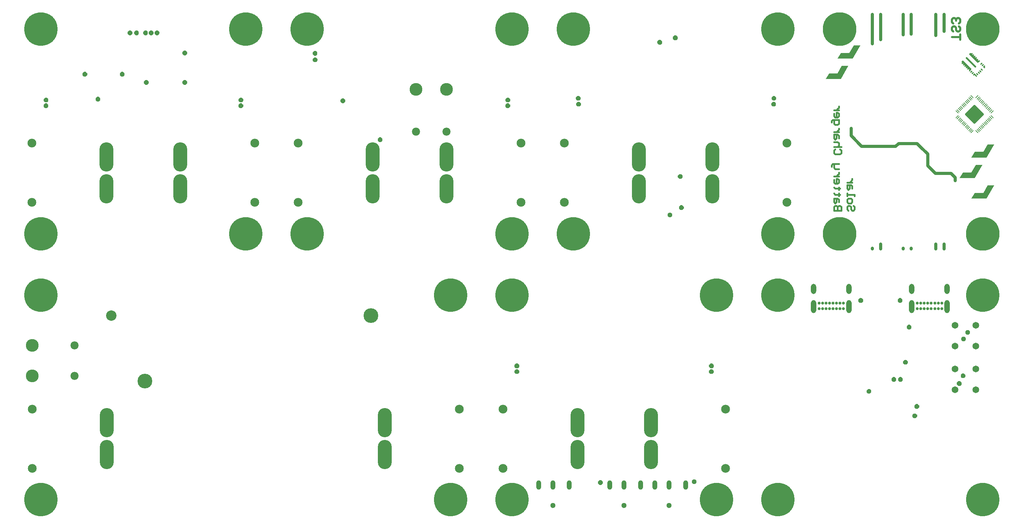
<source format=gbs>
%FSLAX25Y25*%
%MOIN*%
%SFA1B1*%

%IPPOS*%
%AMD61*
4,1,8,0.000000,-0.049200,0.000000,-0.049200,0.025600,-0.023600,0.025600,0.023600,0.000000,0.049200,0.000000,0.049200,-0.025600,0.023600,-0.025600,-0.023600,0.000000,-0.049200,0.0*
1,1,0.051180,0.000000,-0.023600*
1,1,0.051180,0.000000,-0.023600*
1,1,0.051180,0.000000,0.023600*
1,1,0.051180,0.000000,0.023600*
%
%AMD101*
4,1,8,0.025600,-0.037400,0.025600,0.037400,0.000000,0.063000,0.000000,0.063000,-0.025600,0.037400,-0.025600,-0.037400,0.000000,-0.063000,0.000000,-0.063000,0.025600,-0.037400,0.0*
1,1,0.051180,0.000000,-0.037400*
1,1,0.051180,0.000000,0.037400*
1,1,0.051180,0.000000,0.037400*
1,1,0.051180,0.000000,-0.037400*
%
%AMD103*
4,1,8,0.000000,-0.031500,0.000000,-0.031500,0.013800,-0.017700,0.013800,0.017700,0.000000,0.031500,0.000000,0.031500,-0.013800,0.017700,-0.013800,-0.017700,0.000000,-0.031500,0.0*
1,1,0.027560,0.000000,-0.017700*
1,1,0.027560,0.000000,-0.017700*
1,1,0.027560,0.000000,0.017700*
1,1,0.027560,0.000000,0.017700*
%
%AMD113*
4,1,8,0.008600,0.014100,-0.014100,-0.008600,-0.014100,-0.010200,-0.010200,-0.014100,-0.008600,-0.014100,0.014100,0.008600,0.014100,0.010200,0.010200,0.014100,0.008600,0.014100,0.0*
1,1,0.002360,0.009300,0.013300*
1,1,0.002360,-0.013300,-0.009300*
1,1,0.002360,-0.009300,-0.013300*
1,1,0.002360,0.013300,0.009300*
%
%AMD114*
4,1,8,-0.010200,0.014100,-0.014100,0.010200,-0.014100,0.008600,0.008600,-0.014100,0.010200,-0.014100,0.014100,-0.010200,0.014100,-0.008600,-0.008600,0.014100,-0.010200,0.014100,0.0*
1,1,0.002360,-0.009300,0.013300*
1,1,0.002360,-0.013300,0.009300*
1,1,0.002360,0.009300,-0.013300*
1,1,0.002360,0.013300,-0.009300*
%
%AMD209*
4,1,8,-0.009300,0.001000,0.001000,-0.009300,0.005100,-0.009300,0.009300,-0.005100,0.009300,-0.001000,-0.001000,0.009300,-0.005100,0.009300,-0.009300,0.005100,-0.009300,0.001000,0.0*
1,1,0.005900,-0.007300,0.003000*
1,1,0.005900,0.003000,-0.007300*
1,1,0.005900,0.007300,-0.003000*
1,1,0.005900,-0.003000,0.007300*
%
%AMD210*
4,1,8,-0.005300,0.009500,-0.009500,0.005300,-0.009500,0.001200,0.001200,-0.009500,0.005300,-0.009500,0.009500,-0.005300,0.009500,-0.001200,-0.001200,0.009500,-0.005300,0.009500,0.0*
1,1,0.005900,-0.003300,0.007500*
1,1,0.005900,-0.007500,0.003300*
1,1,0.005900,0.003300,-0.007500*
1,1,0.005900,0.007500,-0.003300*
%
%AMD211*
4,1,8,-0.009500,-0.005300,-0.005300,-0.009500,-0.001200,-0.009500,0.009500,0.001200,0.009500,0.005300,0.005300,0.009500,0.001200,0.009500,-0.009500,-0.001200,-0.009500,-0.005300,0.0*
1,1,0.005900,-0.007500,-0.003300*
1,1,0.005900,-0.003300,-0.007500*
1,1,0.005900,0.007500,0.003300*
1,1,0.005900,0.003300,0.007500*
%
%AMD212*
4,1,8,0.010300,-0.014500,0.014500,-0.010300,0.014400,-0.006100,-0.006100,0.014400,-0.010300,0.014500,-0.014500,0.010300,-0.014400,0.006100,0.006100,-0.014400,0.010300,-0.014500,0.0*
1,1,0.005900,0.008100,-0.012400*
1,1,0.005900,0.012400,-0.008100*
1,1,0.005900,-0.008100,0.012400*
1,1,0.005900,-0.012400,0.008100*
%
%AMD213*
4,1,8,-0.009300,-0.005100,-0.005100,-0.009300,-0.001000,-0.009300,0.009300,0.001000,0.009300,0.005100,0.005100,0.009300,0.001000,0.009300,-0.009300,-0.001000,-0.009300,-0.005100,0.0*
1,1,0.005900,-0.007300,-0.003000*
1,1,0.005900,-0.003000,-0.007300*
1,1,0.005900,0.007300,0.003000*
1,1,0.005900,0.003000,0.007300*
%
%AMD214*
4,1,8,0.044100,-0.050700,0.050700,-0.044100,0.050700,-0.037400,-0.037400,0.050700,-0.044100,0.050700,-0.050700,0.044100,-0.050700,0.037400,0.037400,-0.050700,0.044100,-0.050700,0.0*
1,1,0.009440,0.040700,-0.047400*
1,1,0.009440,0.047400,-0.040700*
1,1,0.009440,-0.040700,0.047400*
1,1,0.009440,-0.047400,0.040700*
%
%AMD215*
4,1,8,0.037700,-0.045900,0.045900,-0.037700,0.045800,-0.029400,-0.029400,0.045800,-0.037700,0.045900,-0.045900,0.037700,-0.045800,0.029400,0.029400,-0.045800,0.037700,-0.045900,0.0*
1,1,0.011620,0.033500,-0.041700*
1,1,0.011620,0.041700,-0.033500*
1,1,0.011620,-0.033500,0.041700*
1,1,0.011620,-0.041700,0.033500*
%
%AMD217*
4,1,8,-0.005100,0.089700,-0.089700,0.005100,-0.089700,-0.005100,-0.005100,-0.089700,0.005100,-0.089700,0.089700,-0.005100,0.089700,0.005100,0.005100,0.089700,-0.005100,0.089700,0.0*
1,1,0.014300,0.000000,0.084600*
1,1,0.014300,-0.084600,0.000000*
1,1,0.014300,0.000000,-0.084600*
1,1,0.014300,0.084600,0.000000*
%
%ADD30C,0.019680*%
%ADD34C,0.017720*%
G04~CAMADD=61~8~0.0~0.0~511.8~984.3~255.9~0.0~15~0.0~0.0~0.0~0.0~0~0.0~0.0~0.0~0.0~0~0.0~0.0~0.0~180.0~512.0~983.0*
%ADD61D61*%
G04~CAMADD=101~8~0.0~0.0~1259.8~511.8~255.9~0.0~15~0.0~0.0~0.0~0.0~0~0.0~0.0~0.0~0.0~0~0.0~0.0~0.0~270.0~512.0~1259.0*
%ADD101D101*%
%ADD102C,0.027560*%
G04~CAMADD=103~8~0.0~0.0~275.6~629.9~137.8~0.0~15~0.0~0.0~0.0~0.0~0~0.0~0.0~0.0~0.0~0~0.0~0.0~0.0~180.0~276.0~629.0*
%ADD103D103*%
%ADD105C,0.051180*%
G04~CAMADD=113~8~0.0~0.0~344.5~78.7~11.8~0.0~15~0.0~0.0~0.0~0.0~0~0.0~0.0~0.0~0.0~0~0.0~0.0~0.0~45.0~290.0~289.0*
%ADD113D113*%
G04~CAMADD=114~8~0.0~0.0~78.7~344.5~11.8~0.0~15~0.0~0.0~0.0~0.0~0~0.0~0.0~0.0~0.0~0~0.0~0.0~0.0~45.0~290.0~289.0*
%ADD114D114*%
%ADD198C,0.322960*%
%ADD199C,0.063120*%
%ADD200C,0.084650*%
%ADD201C,0.122840*%
%ADD202C,0.077950*%
%ADD203C,0.141730*%
%ADD204C,0.100000*%
%ADD205O,0.133860X0.281500*%
%ADD206C,0.320870*%
%ADD207C,0.064960*%
%ADD208O,0.047560X0.091180*%
G04~CAMADD=209~8~0.0~0.0~204.7~118.1~29.5~0.0~15~0.0~0.0~0.0~0.0~0~0.0~0.0~0.0~0.0~0~0.0~0.0~0.0~135.0~204.0~203.0*
%ADD209D209*%
G04~CAMADD=210~8~0.0~0.0~118.1~210.6~29.5~0.0~15~0.0~0.0~0.0~0.0~0~0.0~0.0~0.0~0.0~0~0.0~0.0~0.0~45.0~207.0~208.0*
%ADD210D210*%
G04~CAMADD=211~8~0.0~0.0~118.1~210.6~29.5~0.0~15~0.0~0.0~0.0~0.0~0~0.0~0.0~0.0~0.0~0~0.0~0.0~0.0~135.0~208.0~207.0*
%ADD211D211*%
G04~CAMADD=212~8~0.0~0.0~118.1~349.6~29.5~0.0~15~0.0~0.0~0.0~0.0~0~0.0~0.0~0.0~0.0~0~0.0~0.0~0.0~225.0~306.0~306.0*
%ADD212D212*%
G04~CAMADD=213~8~0.0~0.0~118.1~204.7~29.5~0.0~15~0.0~0.0~0.0~0.0~0~0.0~0.0~0.0~0.0~0~0.0~0.0~0.0~135.0~204.0~203.0*
%ADD213D213*%
G04~CAMADD=214~8~0.0~0.0~189.0~1340.6~47.2~0.0~15~0.0~0.0~0.0~0.0~0~0.0~0.0~0.0~0.0~0~0.0~0.0~0.0~225.0~1041.0~1041.0*
%ADD214D214*%
G04~CAMADD=215~8~0.0~0.0~232.3~1181.1~58.1~0.0~15~0.0~0.0~0.0~0.0~0~0.0~0.0~0.0~0.0~0~0.0~0.0~0.0~225.0~951.0~951.0*
%ADD215D215*%
%ADD216C,0.029530*%
G04~CAMADD=217~8~0.0~0.0~1339.8~1339.8~71.5~0.0~15~0.0~0.0~0.0~0.0~0~0.0~0.0~0.0~0.0~0~0.0~0.0~0.0~45.0~1836.0~1835.0*
%ADD217D217*%
%LNpanel-1*%
%LPD*%
G36*
X230361Y569584D02*
X230406Y569573D01*
X230437Y569560*
X230449Y569555*
X230489Y569531*
X230524Y569501*
X231705Y568320*
X231736Y568284*
X231760Y568245*
X231765Y568232*
X231778Y568202*
X231789Y568157*
X231792Y568110*
Y566535*
X231789Y566489*
X231778Y566444*
X231765Y566413*
X231760Y566401*
X231736Y566361*
X231705Y566326*
X230524Y565145*
X230489Y565115*
X230449Y565090*
X230437Y565085*
X230406Y565073*
X230361Y565062*
X230315Y565058*
X228740*
X228694Y565062*
X228649Y565073*
X228618Y565085*
X228606Y565090*
X228566Y565115*
X228531Y565145*
X227350Y566326*
X227319Y566361*
X227295Y566401*
X227290Y566413*
X227277Y566444*
X227267Y566489*
X227263Y566535*
Y568110*
X227267Y568157*
X227277Y568202*
X227290Y568232*
X227295Y568245*
X227319Y568284*
X227350Y568320*
X228531Y569501*
X228566Y569531*
X228606Y569555*
X228618Y569560*
X228649Y569573*
X228694Y569584*
X228740Y569588*
X230315*
X230361Y569584*
G37*
G36*
X224850D02*
X224895Y569573D01*
X224925Y569560*
X224938Y569555*
X224977Y569531*
X225013Y569501*
X226194Y568320*
X226224Y568284*
X226248Y568245*
X226253Y568232*
X226266Y568202*
X226277Y568157*
X226280Y568110*
Y566535*
X226277Y566489*
X226266Y566444*
X226253Y566413*
X226248Y566401*
X226224Y566361*
X226194Y566326*
X225013Y565145*
X224977Y565115*
X224938Y565090*
X224925Y565085*
X224895Y565073*
X224850Y565062*
X224803Y565058*
X223228*
X223182Y565062*
X223137Y565073*
X223106Y565085*
X223094Y565090*
X223054Y565115*
X223019Y565145*
X221838Y566326*
X221808Y566361*
X221783Y566401*
X221778Y566413*
X221765Y566444*
X221755Y566489*
X221751Y566535*
Y568110*
X221755Y568157*
X221765Y568202*
X221778Y568232*
X221783Y568245*
X221808Y568284*
X221838Y568320*
X223019Y569501*
X223054Y569531*
X223094Y569555*
X223106Y569560*
X223137Y569573*
X223182Y569584*
X223228Y569588*
X224803*
X224850Y569584*
G37*
G36*
X219338D02*
X219383Y569573D01*
X219413Y569560*
X219426Y569555*
X219465Y569531*
X219501Y569501*
X220682Y568320*
X220712Y568284*
X220736Y568245*
X220742Y568232*
X220754Y568202*
X220765Y568157*
X220769Y568110*
Y566535*
X220765Y566489*
X220754Y566444*
X220742Y566413*
X220736Y566401*
X220712Y566361*
X220682Y566326*
X219501Y565145*
X219465Y565115*
X219426Y565090*
X219413Y565085*
X219383Y565073*
X219338Y565062*
X219291Y565058*
X217717*
X217670Y565062*
X217625Y565073*
X217595Y565085*
X217582Y565090*
X217542Y565115*
X217507Y565145*
X216326Y566326*
X216296Y566361*
X216271Y566401*
X216266Y566413*
X216254Y566444*
X216243Y566489*
X216239Y566535*
Y568110*
X216243Y568157*
X216254Y568202*
X216266Y568232*
X216271Y568245*
X216296Y568284*
X216326Y568320*
X217507Y569501*
X217542Y569531*
X217582Y569555*
X217595Y569560*
X217625Y569573*
X217670Y569584*
X217717Y569588*
X219291*
X219338Y569584*
G37*
G36*
X210676D02*
X210721Y569573D01*
X210752Y569560*
X210764Y569555*
X210804Y569531*
X210839Y569501*
X212020Y568320*
X212051Y568284*
X212075Y568245*
X212080Y568232*
X212093Y568202*
X212104Y568157*
X212107Y568110*
Y566535*
X212104Y566489*
X212093Y566444*
X212080Y566413*
X212075Y566401*
X212051Y566361*
X212020Y566326*
X210839Y565145*
X210804Y565115*
X210764Y565090*
X210752Y565085*
X210721Y565073*
X210676Y565062*
X210630Y565058*
X209055*
X209009Y565062*
X208964Y565073*
X208933Y565085*
X208921Y565090*
X208881Y565115*
X208846Y565145*
X207665Y566326*
X207634Y566361*
X207610Y566401*
X207605Y566413*
X207592Y566444*
X207581Y566489*
X207578Y566535*
Y568110*
X207581Y568157*
X207592Y568202*
X207605Y568232*
X207610Y568245*
X207634Y568284*
X207665Y568320*
X208846Y569501*
X208881Y569531*
X208921Y569555*
X208933Y569560*
X208964Y569573*
X209009Y569584*
X209055Y569588*
X210630*
X210676Y569584*
G37*
G36*
X204377D02*
X204422Y569573D01*
X204453Y569560*
X204465Y569555*
X204505Y569531*
X204540Y569501*
X205721Y568320*
X205751Y568284*
X205776Y568245*
X205781Y568232*
X205793Y568202*
X205804Y568157*
X205808Y568110*
Y566535*
X205804Y566489*
X205793Y566444*
X205781Y566413*
X205776Y566401*
X205751Y566361*
X205721Y566326*
X204540Y565145*
X204505Y565115*
X204465Y565090*
X204453Y565085*
X204422Y565073*
X204377Y565062*
X204331Y565058*
X202756*
X202710Y565062*
X202664Y565073*
X202634Y565085*
X202621Y565090*
X202582Y565115*
X202547Y565145*
X201365Y566326*
X201335Y566361*
X201311Y566401*
X201306Y566413*
X201293Y566444*
X201282Y566489*
X201279Y566535*
Y568110*
X201282Y568157*
X201293Y568202*
X201306Y568232*
X201311Y568245*
X201335Y568284*
X201365Y568320*
X202547Y569501*
X202582Y569531*
X202621Y569555*
X202634Y569560*
X202664Y569573*
X202710Y569584*
X202756Y569588*
X204331*
X204377Y569584*
G37*
G36*
X728787Y564859D02*
X728832Y564849D01*
X728862Y564836*
X728875Y564831*
X728914Y564807*
X728950Y564776*
X730131Y563595*
X730161Y563560*
X730185Y563520*
X730190Y563508*
X730203Y563477*
X730214Y563432*
X730217Y563386*
Y561811*
X730214Y561765*
X730203Y561720*
X730190Y561689*
X730185Y561677*
X730161Y561637*
X730131Y561602*
X728950Y560421*
X728914Y560390*
X728875Y560366*
X728862Y560361*
X728832Y560348*
X728787Y560337*
X728740Y560334*
X727165*
X727119Y560337*
X727074Y560348*
X727043Y560361*
X727031Y560366*
X726991Y560390*
X726956Y560421*
X725775Y561602*
X725745Y561637*
X725720Y561677*
X725715Y561689*
X725702Y561720*
X725692Y561765*
X725688Y561811*
Y563386*
X725692Y563432*
X725702Y563477*
X725715Y563508*
X725720Y563520*
X725745Y563560*
X725775Y563595*
X726956Y564776*
X726991Y564807*
X727031Y564831*
X727043Y564836*
X727074Y564849*
X727119Y564859*
X727165Y564863*
X728740*
X728787Y564859*
G37*
G36*
X713826Y560529D02*
X713871Y560518D01*
X713901Y560505*
X713914Y560500*
X713954Y560476*
X713989Y560446*
X715170Y559265*
X715200Y559229*
X715225Y559190*
X715230Y559177*
X715242Y559147*
X715253Y559101*
X715257Y559055*
Y557480*
X715253Y557434*
X715242Y557389*
X715230Y557358*
X715225Y557346*
X715200Y557306*
X715170Y557271*
X713989Y556090*
X713954Y556060*
X713914Y556035*
X713901Y556030*
X713871Y556017*
X713826Y556007*
X713779Y556003*
X712205*
X712158Y556007*
X712113Y556017*
X712083Y556030*
X712070Y556035*
X712031Y556060*
X711995Y556090*
X710814Y557271*
X710784Y557306*
X710760Y557346*
X710754Y557358*
X710742Y557389*
X710731Y557434*
X710727Y557480*
Y559055*
X710731Y559101*
X710742Y559147*
X710754Y559177*
X710760Y559190*
X710784Y559229*
X710814Y559265*
X711995Y560446*
X712031Y560476*
X712070Y560500*
X712083Y560505*
X712113Y560518*
X712158Y560529*
X712205Y560532*
X713779*
X713826Y560529*
G37*
G36*
X257133Y550292D02*
X257178Y550282D01*
X257208Y550269*
X257221Y550264*
X257261Y550240*
X257296Y550209*
X258477Y549028*
X258507Y548993*
X258532Y548953*
X258537Y548941*
X258549Y548910*
X258560Y548865*
X258564Y548819*
Y547244*
X258560Y547198*
X258549Y547153*
X258537Y547122*
X258532Y547110*
X258507Y547070*
X258477Y547035*
X257296Y545854*
X257261Y545823*
X257221Y545799*
X257208Y545794*
X257178Y545781*
X257133Y545770*
X257087Y545767*
X255512*
X255466Y545770*
X255420Y545781*
X255390Y545794*
X255377Y545799*
X255338Y545823*
X255302Y545854*
X254121Y547035*
X254091Y547070*
X254067Y547110*
X254062Y547122*
X254049Y547153*
X254038Y547198*
X254034Y547244*
Y548819*
X254038Y548865*
X254049Y548910*
X254062Y548941*
X254067Y548953*
X254091Y548993*
X254121Y549028*
X255302Y550209*
X255338Y550240*
X255377Y550264*
X255390Y550269*
X255420Y550282*
X255466Y550293*
X255512Y550296*
X257087*
X257133Y550292*
G37*
G36*
X382330Y549899D02*
X382375Y549888D01*
X382405Y549875*
X382418Y549870*
X382458Y549846*
X382493Y549816*
X383674Y548635*
X383704Y548599*
X383729Y548560*
X383734Y548547*
X383746Y548517*
X383757Y548472*
X383761Y548425*
Y546850*
X383757Y546804*
X383746Y546759*
X383734Y546729*
X383729Y546716*
X383704Y546676*
X383674Y546641*
X382493Y545460*
X382458Y545430*
X382418Y545405*
X382405Y545400*
X382375Y545388*
X382330Y545377*
X382283Y545373*
X380709*
X380662Y545377*
X380617Y545388*
X380587Y545400*
X380574Y545405*
X380535Y545430*
X380499Y545460*
X379318Y546641*
X379288Y546676*
X379264Y546716*
X379258Y546729*
X379246Y546759*
X379235Y546804*
X379231Y546850*
Y548425*
X379235Y548472*
X379246Y548517*
X379258Y548547*
X379264Y548560*
X379288Y548599*
X379318Y548635*
X380499Y549816*
X380535Y549846*
X380574Y549870*
X380587Y549875*
X380617Y549888*
X380662Y549899*
X380709Y549902*
X382283*
X382330Y549899*
G37*
G36*
X898573Y542541D02*
X884026D01*
X887208Y548053*
X895391*
X899483Y555140*
X905847*
X898573Y542541*
G37*
G36*
X382367Y543637D02*
X382412Y543626D01*
X382443Y543614*
X382455Y543608*
X382495Y543584*
X382530Y543554*
X383711Y542373*
X383742Y542338*
X383766Y542298*
X383771Y542285*
X383784Y542255*
X383794Y542210*
X383798Y542163*
Y540589*
X383794Y540542*
X383784Y540497*
X383771Y540467*
X383766Y540454*
X383742Y540414*
X383711Y540379*
X382530Y539198*
X382495Y539168*
X382455Y539144*
X382443Y539138*
X382412Y539126*
X382367Y539115*
X382321Y539111*
X380746*
X380700Y539115*
X380655Y539126*
X380624Y539138*
X380612Y539144*
X380572Y539168*
X380537Y539198*
X379356Y540379*
X379325Y540414*
X379301Y540454*
X379296Y540467*
X379283Y540497*
X379272Y540542*
X379269Y540589*
Y542163*
X379272Y542210*
X379283Y542255*
X379296Y542285*
X379301Y542298*
X379325Y542338*
X379356Y542373*
X380537Y543554*
X380572Y543584*
X380612Y543608*
X380624Y543614*
X380655Y543626*
X380700Y543637*
X380746Y543641*
X382321*
X382367Y543637*
G37*
G36*
X196897Y529820D02*
X196942Y529809D01*
X196972Y529797*
X196985Y529791*
X197025Y529767*
X197060Y529737*
X198241Y528556*
X198271Y528521*
X198295Y528481*
X198301Y528468*
X198313Y528438*
X198324Y528393*
X198328Y528346*
Y526772*
X198324Y526725*
X198313Y526680*
X198301Y526650*
X198295Y526637*
X198271Y526597*
X198241Y526562*
X197060Y525381*
X197025Y525351*
X196985Y525327*
X196972Y525321*
X196942Y525309*
X196897Y525298*
X196850Y525294*
X195276*
X195229Y525298*
X195184Y525309*
X195154Y525321*
X195141Y525327*
X195101Y525351*
X195066Y525381*
X193885Y526562*
X193855Y526597*
X193831Y526637*
X193825Y526650*
X193813Y526680*
X193802Y526725*
X193798Y526772*
Y528346*
X193802Y528393*
X193813Y528438*
X193825Y528468*
X193831Y528481*
X193855Y528521*
X193885Y528556*
X195066Y529737*
X195101Y529767*
X195141Y529791*
X195154Y529797*
X195184Y529809*
X195229Y529820*
X195276Y529824*
X196850*
X196897Y529820*
G37*
G36*
X161070D02*
X161115Y529809D01*
X161145Y529797*
X161158Y529791*
X161198Y529767*
X161233Y529737*
X162414Y528556*
X162444Y528521*
X162469Y528481*
X162474Y528468*
X162486Y528438*
X162497Y528393*
X162501Y528346*
Y526772*
X162497Y526725*
X162486Y526680*
X162474Y526650*
X162469Y526637*
X162444Y526597*
X162414Y526562*
X161233Y525381*
X161198Y525351*
X161158Y525327*
X161145Y525321*
X161115Y525309*
X161070Y525298*
X161024Y525294*
X159449*
X159403Y525298*
X159357Y525309*
X159327Y525321*
X159314Y525327*
X159275Y525351*
X159239Y525381*
X158058Y526562*
X158028Y526597*
X158004Y526637*
X157999Y526650*
X157986Y526680*
X157975Y526725*
X157972Y526772*
Y528346*
X157975Y528393*
X157986Y528438*
X157999Y528468*
X158004Y528481*
X158028Y528521*
X158058Y528556*
X159239Y529737*
X159275Y529767*
X159314Y529791*
X159327Y529797*
X159357Y529809*
X159403Y529820*
X159449Y529824*
X161024*
X161070Y529820*
G37*
G36*
X887156Y522856D02*
X872609D01*
X875791Y528368*
X883974*
X888065Y535455*
X894430*
X887156Y522856*
G37*
G36*
X257133Y521946D02*
X257178Y521935D01*
X257208Y521923*
X257221Y521917*
X257261Y521893*
X257296Y521863*
X258477Y520682*
X258507Y520646*
X258532Y520607*
X258537Y520594*
X258549Y520564*
X258560Y520519*
X258564Y520472*
Y518898*
X258560Y518851*
X258549Y518806*
X258537Y518776*
X258532Y518763*
X258507Y518723*
X258477Y518688*
X257296Y517507*
X257261Y517477*
X257221Y517453*
X257208Y517447*
X257178Y517435*
X257133Y517424*
X257087Y517420*
X255512*
X255466Y517424*
X255420Y517435*
X255390Y517447*
X255377Y517453*
X255338Y517477*
X255302Y517507*
X254121Y518688*
X254091Y518723*
X254067Y518763*
X254062Y518776*
X254049Y518806*
X254038Y518851*
X254034Y518898*
Y520472*
X254038Y520519*
X254049Y520564*
X254062Y520594*
X254067Y520607*
X254091Y520646*
X254121Y520682*
X255302Y521863*
X255338Y521893*
X255377Y521917*
X255390Y521923*
X255420Y521935*
X255466Y521946*
X255512Y521950*
X257087*
X257133Y521946*
G37*
G36*
X220125D02*
X220170Y521935D01*
X220201Y521923*
X220213Y521917*
X220253Y521893*
X220288Y521863*
X221469Y520682*
X221499Y520646*
X221524Y520607*
X221529Y520594*
X221542Y520564*
X221552Y520519*
X221556Y520472*
Y518898*
X221552Y518851*
X221542Y518806*
X221529Y518776*
X221524Y518763*
X221499Y518723*
X221469Y518688*
X220288Y517507*
X220253Y517477*
X220213Y517453*
X220201Y517447*
X220170Y517435*
X220125Y517424*
X220079Y517420*
X218504*
X218458Y517424*
X218412Y517435*
X218382Y517447*
X218370Y517453*
X218330Y517477*
X218295Y517507*
X217113Y518688*
X217083Y518723*
X217059Y518763*
X217054Y518776*
X217041Y518806*
X217030Y518851*
X217027Y518898*
Y520472*
X217030Y520519*
X217041Y520564*
X217054Y520594*
X217059Y520607*
X217083Y520646*
X217113Y520682*
X218295Y521863*
X218330Y521893*
X218370Y521917*
X218382Y521923*
X218412Y521935*
X218458Y521946*
X218504Y521950*
X220079*
X220125Y521946*
G37*
G36*
X823619Y506641D02*
X823664Y506630D01*
X823695Y506618*
X823707Y506612*
X823747Y506588*
X823782Y506558*
X824963Y505377*
X824994Y505341*
X825018Y505302*
X825023Y505289*
X825036Y505259*
X825047Y505214*
X825050Y505167*
Y503592*
X825047Y503546*
X825036Y503501*
X825023Y503471*
X825018Y503458*
X824994Y503418*
X824963Y503383*
X823782Y502202*
X823747Y502172*
X823707Y502147*
X823695Y502142*
X823664Y502130*
X823619Y502119*
X823573Y502115*
X821998*
X821952Y502119*
X821906Y502130*
X821876Y502142*
X821863Y502147*
X821824Y502172*
X821789Y502202*
X820607Y503383*
X820577Y503418*
X820553Y503458*
X820548Y503471*
X820535Y503501*
X820524Y503546*
X820521Y503592*
Y505167*
X820524Y505214*
X820535Y505259*
X820548Y505289*
X820553Y505302*
X820577Y505341*
X820607Y505377*
X821789Y506558*
X821824Y506588*
X821863Y506612*
X821876Y506618*
X821906Y506630*
X821952Y506641*
X821998Y506645*
X823573*
X823619Y506641*
G37*
G36*
X635529D02*
X635574Y506630D01*
X635604Y506618*
X635617Y506612*
X635656Y506588*
X635692Y506558*
X636873Y505377*
X636903Y505341*
X636927Y505302*
X636933Y505289*
X636945Y505259*
X636956Y505214*
X636960Y505167*
Y503592*
X636956Y503546*
X636945Y503501*
X636933Y503471*
X636927Y503458*
X636903Y503418*
X636873Y503383*
X635692Y502202*
X635656Y502172*
X635617Y502147*
X635604Y502142*
X635574Y502130*
X635529Y502119*
X635482Y502115*
X633908*
X633861Y502119*
X633816Y502130*
X633786Y502142*
X633773Y502147*
X633733Y502172*
X633698Y502202*
X632517Y503383*
X632487Y503418*
X632462Y503458*
X632457Y503471*
X632445Y503501*
X632434Y503546*
X632430Y503592*
Y505167*
X632434Y505214*
X632445Y505259*
X632457Y505289*
X632462Y505302*
X632487Y505341*
X632517Y505377*
X633698Y506558*
X633733Y506588*
X633773Y506612*
X633786Y506618*
X633816Y506630*
X633861Y506641*
X633908Y506645*
X635482*
X635529Y506641*
G37*
G36*
X173668Y505804D02*
X173714Y505794D01*
X173744Y505781*
X173757Y505776*
X173796Y505751*
X173831Y505721*
X175013Y504540*
X175043Y504505*
X175067Y504465*
X175072Y504453*
X175085Y504422*
X175096Y504377*
X175099Y504331*
Y502756*
X175096Y502710*
X175085Y502664*
X175072Y502634*
X175067Y502621*
X175043Y502582*
X175013Y502547*
X173831Y501365*
X173796Y501335*
X173757Y501311*
X173744Y501306*
X173714Y501293*
X173668Y501282*
X173622Y501279*
X172047*
X172001Y501282*
X171956Y501293*
X171925Y501306*
X171913Y501311*
X171873Y501335*
X171838Y501365*
X170657Y502547*
X170626Y502582*
X170602Y502621*
X170597Y502634*
X170584Y502664*
X170574Y502710*
X170570Y502756*
Y504331*
X170574Y504377*
X170584Y504422*
X170597Y504453*
X170602Y504465*
X170626Y504505*
X170657Y504540*
X171838Y505721*
X171873Y505751*
X171913Y505776*
X171925Y505781*
X171956Y505794*
X172001Y505804*
X172047Y505808*
X173622*
X173668Y505804*
G37*
G36*
X567763Y505017D02*
X567808Y505006D01*
X567838Y504993*
X567851Y504988*
X567891Y504964*
X567926Y504934*
X569107Y503753*
X569137Y503717*
X569162Y503678*
X569167Y503665*
X569179Y503635*
X569190Y503590*
X569194Y503543*
Y501968*
X569190Y501922*
X569179Y501877*
X569167Y501847*
X569162Y501834*
X569137Y501794*
X569107Y501759*
X567926Y500578*
X567891Y500548*
X567851Y500524*
X567838Y500518*
X567808Y500506*
X567763Y500495*
X567717Y500491*
X566142*
X566095Y500495*
X566050Y500506*
X566020Y500518*
X566007Y500524*
X565968Y500548*
X565932Y500578*
X564751Y501759*
X564721Y501794*
X564697Y501834*
X564691Y501847*
X564679Y501877*
X564668Y501922*
X564664Y501968*
Y503543*
X564668Y503590*
X564679Y503635*
X564691Y503665*
X564697Y503678*
X564721Y503717*
X564751Y503753*
X565932Y504934*
X565968Y504964*
X566007Y504988*
X566020Y504993*
X566050Y505006*
X566095Y505017*
X566142Y505021*
X567717*
X567763Y505017*
G37*
G36*
X311070D02*
X311115Y505006D01*
X311145Y504993*
X311158Y504988*
X311198Y504964*
X311233Y504934*
X312414Y503753*
X312444Y503717*
X312469Y503678*
X312474Y503665*
X312486Y503635*
X312497Y503590*
X312501Y503543*
Y501968*
X312497Y501922*
X312486Y501877*
X312474Y501847*
X312469Y501834*
X312444Y501794*
X312414Y501759*
X311233Y500578*
X311198Y500548*
X311158Y500524*
X311145Y500518*
X311115Y500506*
X311070Y500495*
X311024Y500491*
X309449*
X309402Y500495*
X309357Y500506*
X309327Y500518*
X309314Y500524*
X309275Y500548*
X309239Y500578*
X308058Y501759*
X308028Y501794*
X308004Y501834*
X307999Y501847*
X307986Y501877*
X307975Y501922*
X307972Y501968*
Y503543*
X307975Y503590*
X307986Y503635*
X307999Y503665*
X308004Y503678*
X308028Y503717*
X308058Y503753*
X309239Y504934*
X309275Y504964*
X309314Y504988*
X309327Y504993*
X309357Y505006*
X309402Y505017*
X309449Y505021*
X311024*
X311070Y505017*
G37*
G36*
X123668D02*
X123714Y505006D01*
X123744Y504993*
X123757Y504988*
X123796Y504964*
X123831Y504934*
X125013Y503753*
X125043Y503717*
X125067Y503678*
X125072Y503665*
X125085Y503635*
X125096Y503590*
X125099Y503543*
Y501968*
X125096Y501922*
X125085Y501877*
X125072Y501847*
X125067Y501834*
X125043Y501794*
X125013Y501759*
X123831Y500578*
X123796Y500548*
X123757Y500524*
X123744Y500518*
X123714Y500506*
X123668Y500495*
X123622Y500491*
X122047*
X122001Y500495*
X121956Y500506*
X121925Y500518*
X121913Y500524*
X121873Y500548*
X121838Y500578*
X120657Y501759*
X120626Y501794*
X120602Y501834*
X120597Y501847*
X120584Y501877*
X120574Y501922*
X120570Y501968*
Y503543*
X120574Y503590*
X120584Y503635*
X120597Y503665*
X120602Y503678*
X120626Y503717*
X120657Y503753*
X121838Y504934*
X121873Y504964*
X121913Y504988*
X121925Y504993*
X121956Y505006*
X122001Y505017*
X122047Y505021*
X123622*
X123668Y505017*
G37*
G36*
X409101Y504230D02*
X409147Y504219D01*
X409177Y504206*
X409190Y504201*
X409229Y504177*
X409265Y504146*
X410446Y502965*
X410476Y502930*
X410500Y502890*
X410505Y502878*
X410518Y502847*
X410529Y502802*
X410532Y502756*
Y501181*
X410529Y501135*
X410518Y501090*
X410505Y501059*
X410500Y501047*
X410476Y501007*
X410446Y500972*
X409265Y499791*
X409229Y499760*
X409190Y499736*
X409177Y499731*
X409147Y499718*
X409101Y499708*
X409055Y499704*
X407480*
X407434Y499708*
X407389Y499718*
X407358Y499731*
X407346Y499736*
X407306Y499760*
X407271Y499791*
X406090Y500972*
X406060Y501007*
X406035Y501047*
X406030Y501059*
X406017Y501090*
X406007Y501135*
X406003Y501181*
Y502756*
X406007Y502802*
X406017Y502847*
X406030Y502878*
X406035Y502890*
X406060Y502930*
X406090Y502965*
X407271Y504146*
X407306Y504177*
X407346Y504201*
X407358Y504206*
X407389Y504219*
X407434Y504230*
X407480Y504233*
X409055*
X409101Y504230*
G37*
G36*
X823324Y501031D02*
X823369Y501020D01*
X823400Y501007*
X823412Y501002*
X823452Y500978*
X823487Y500948*
X824668Y499766*
X824698Y499731*
X824723Y499692*
X824728Y499679*
X824740Y499649*
X824751Y499603*
X824755Y499557*
Y497982*
X824751Y497936*
X824740Y497891*
X824728Y497860*
X824723Y497848*
X824698Y497808*
X824668Y497773*
X823487Y496592*
X823452Y496562*
X823412Y496537*
X823400Y496532*
X823369Y496520*
X823324Y496509*
X823278Y496505*
X821703*
X821656Y496509*
X821611Y496520*
X821581Y496532*
X821568Y496537*
X821529Y496562*
X821493Y496592*
X820312Y497773*
X820282Y497808*
X820258Y497848*
X820253Y497860*
X820240Y497891*
X820229Y497936*
X820225Y497982*
Y499557*
X820229Y499603*
X820240Y499649*
X820253Y499679*
X820258Y499692*
X820282Y499731*
X820312Y499766*
X821493Y500948*
X821529Y500978*
X821568Y501002*
X821581Y501007*
X821611Y501020*
X821656Y501031*
X821703Y501034*
X823278*
X823324Y501031*
G37*
G36*
X635824D02*
X635869Y501020D01*
X635899Y501007*
X635912Y501002*
X635952Y500978*
X635987Y500948*
X637168Y499766*
X637198Y499731*
X637223Y499692*
X637228Y499679*
X637240Y499649*
X637251Y499603*
X637255Y499557*
Y497982*
X637251Y497936*
X637240Y497891*
X637228Y497860*
X637223Y497848*
X637198Y497808*
X637168Y497773*
X635987Y496592*
X635952Y496562*
X635912Y496537*
X635899Y496532*
X635869Y496520*
X635824Y496509*
X635778Y496505*
X634203*
X634156Y496509*
X634111Y496520*
X634081Y496532*
X634068Y496537*
X634029Y496562*
X633993Y496592*
X632812Y497773*
X632782Y497808*
X632758Y497848*
X632753Y497860*
X632740Y497891*
X632729Y497936*
X632725Y497982*
Y499557*
X632729Y499603*
X632740Y499649*
X632753Y499679*
X632758Y499692*
X632782Y499731*
X632812Y499766*
X633993Y500948*
X634029Y500978*
X634068Y501002*
X634081Y501007*
X634111Y501020*
X634156Y501031*
X634203Y501034*
X635778*
X635824Y501031*
G37*
G36*
X567763Y499505D02*
X567808Y499494D01*
X567838Y499482*
X567851Y499476*
X567891Y499452*
X567926Y499422*
X569107Y498241*
X569137Y498206*
X569162Y498166*
X569167Y498153*
X569179Y498123*
X569190Y498078*
X569194Y498032*
Y496457*
X569190Y496410*
X569179Y496365*
X569167Y496335*
X569162Y496322*
X569137Y496283*
X569107Y496247*
X567926Y495066*
X567891Y495036*
X567851Y495012*
X567838Y495007*
X567808Y494994*
X567763Y494983*
X567717Y494979*
X566142*
X566095Y494983*
X566050Y494994*
X566020Y495007*
X566007Y495012*
X565968Y495036*
X565932Y495066*
X564751Y496247*
X564721Y496283*
X564697Y496322*
X564691Y496335*
X564679Y496365*
X564668Y496410*
X564664Y496457*
Y498032*
X564668Y498078*
X564679Y498123*
X564691Y498153*
X564697Y498166*
X564721Y498206*
X564751Y498241*
X565932Y499422*
X565968Y499452*
X566007Y499476*
X566020Y499482*
X566050Y499494*
X566095Y499505*
X566142Y499509*
X567717*
X567763Y499505*
G37*
G36*
X311070D02*
X311115Y499494D01*
X311145Y499482*
X311158Y499476*
X311198Y499452*
X311233Y499422*
X312414Y498241*
X312444Y498206*
X312469Y498166*
X312474Y498153*
X312486Y498123*
X312497Y498078*
X312501Y498032*
Y496457*
X312497Y496410*
X312486Y496365*
X312474Y496335*
X312469Y496322*
X312444Y496283*
X312414Y496247*
X311233Y495066*
X311198Y495036*
X311158Y495012*
X311145Y495007*
X311115Y494994*
X311070Y494983*
X311024Y494979*
X309449*
X309402Y494983*
X309357Y494994*
X309327Y495007*
X309314Y495012*
X309275Y495036*
X309239Y495066*
X308058Y496247*
X308028Y496283*
X308004Y496322*
X307999Y496335*
X307986Y496365*
X307975Y496410*
X307972Y496457*
Y498032*
X307975Y498078*
X307986Y498123*
X307999Y498153*
X308004Y498166*
X308028Y498206*
X308058Y498241*
X309239Y499422*
X309275Y499452*
X309314Y499476*
X309327Y499482*
X309357Y499494*
X309402Y499505*
X309449Y499509*
X311024*
X311070Y499505*
G37*
G36*
X123668D02*
X123714Y499494D01*
X123744Y499482*
X123757Y499476*
X123796Y499452*
X123831Y499422*
X125013Y498241*
X125043Y498206*
X125067Y498166*
X125072Y498153*
X125085Y498123*
X125096Y498078*
X125099Y498032*
Y496457*
X125096Y496410*
X125085Y496365*
X125072Y496335*
X125067Y496322*
X125043Y496283*
X125013Y496247*
X123831Y495066*
X123796Y495036*
X123757Y495012*
X123744Y495007*
X123714Y494994*
X123668Y494983*
X123622Y494979*
X122047*
X122001Y494983*
X121956Y494994*
X121925Y495007*
X121913Y495012*
X121873Y495036*
X121838Y495066*
X120657Y496247*
X120626Y496283*
X120602Y496322*
X120597Y496335*
X120584Y496365*
X120574Y496410*
X120570Y496457*
Y498032*
X120574Y498078*
X120584Y498123*
X120597Y498153*
X120602Y498166*
X120626Y498206*
X120657Y498241*
X121838Y499422*
X121873Y499452*
X121913Y499476*
X121925Y499482*
X121956Y499494*
X122001Y499505*
X122047Y499509*
X123622*
X123668Y499505*
G37*
G36*
X444928Y466828D02*
X444973Y466817D01*
X445004Y466805*
X445016Y466799*
X445056Y466775*
X445091Y466745*
X446272Y465564*
X446303Y465528*
X446327Y465489*
X446332Y465476*
X446345Y465446*
X446355Y465401*
X446359Y465354*
Y463780*
X446355Y463733*
X446345Y463688*
X446332Y463658*
X446327Y463645*
X446303Y463605*
X446272Y463570*
X445091Y462389*
X445056Y462359*
X445016Y462334*
X445004Y462329*
X444973Y462317*
X444928Y462306*
X444882Y462302*
X443307*
X443261Y462306*
X443216Y462317*
X443185Y462329*
X443173Y462334*
X443133Y462359*
X443098Y462389*
X441917Y463570*
X441886Y463605*
X441862Y463645*
X441857Y463658*
X441844Y463688*
X441833Y463733*
X441830Y463780*
Y465354*
X441833Y465401*
X441844Y465446*
X441857Y465476*
X441862Y465489*
X441886Y465528*
X441917Y465564*
X443098Y466745*
X443133Y466775*
X443173Y466799*
X443185Y466805*
X443216Y466817*
X443261Y466828*
X443307Y466832*
X444882*
X444928Y466828*
G37*
G36*
X1027314Y447265D02*
X1012766D01*
X1015948Y452777*
X1024131*
X1028223Y459864*
X1034587*
X1027314Y447265*
G37*
G36*
X1015896Y427580D02*
X1001349D01*
X1004531Y433092*
X1012714*
X1016805Y440179*
X1023170*
X1015896Y427580*
G37*
G36*
X733511Y431395D02*
X733556Y431384D01*
X733586Y431371*
X733599Y431366*
X733639Y431342*
X733674Y431312*
X734855Y430131*
X734885Y430095*
X734910Y430056*
X734915Y430043*
X734927Y430013*
X734938Y429968*
X734942Y429921*
Y428346*
X734938Y428300*
X734927Y428255*
X734915Y428225*
X734910Y428212*
X734885Y428172*
X734855Y428137*
X733674Y426956*
X733639Y426926*
X733599Y426901*
X733586Y426896*
X733556Y426884*
X733511Y426873*
X733465Y426869*
X731890*
X731843Y426873*
X731798Y426884*
X731768Y426896*
X731755Y426901*
X731716Y426926*
X731680Y426956*
X730499Y428137*
X730469Y428172*
X730445Y428212*
X730440Y428225*
X730427Y428255*
X730416Y428300*
X730412Y428346*
Y429921*
X730416Y429968*
X730427Y430013*
X730440Y430043*
X730445Y430056*
X730469Y430095*
X730499Y430131*
X731680Y431312*
X731716Y431342*
X731755Y431366*
X731768Y431371*
X731798Y431384*
X731843Y431395*
X731890Y431398*
X733465*
X733511Y431395*
G37*
G36*
X1027314Y407896D02*
X1012766D01*
X1015948Y413407*
X1024131*
X1028223Y420494*
X1034587*
X1027314Y407896*
G37*
G36*
X734692Y401474D02*
X734737Y401463D01*
X734768Y401450*
X734780Y401445*
X734820Y401421*
X734855Y401391*
X736036Y400209*
X736066Y400174*
X736091Y400135*
X736096Y400122*
X736108Y400092*
X736119Y400046*
X736123Y400000*
Y398425*
X736119Y398379*
X736108Y398334*
X736096Y398303*
X736091Y398291*
X736066Y398251*
X736036Y398216*
X734855Y397035*
X734820Y397005*
X734780Y396980*
X734768Y396975*
X734737Y396962*
X734692Y396952*
X734646Y396948*
X733071*
X733025Y396952*
X732979Y396962*
X732949Y396975*
X732936Y396980*
X732897Y397005*
X732861Y397035*
X731680Y398216*
X731650Y398251*
X731626Y398291*
X731621Y398303*
X731608Y398334*
X731597Y398379*
X731594Y398425*
Y400000*
X731597Y400046*
X731608Y400092*
X731621Y400122*
X731626Y400135*
X731650Y400174*
X731680Y400209*
X732861Y401391*
X732897Y401421*
X732936Y401445*
X732949Y401450*
X732979Y401463*
X733025Y401474*
X733071Y401477*
X734646*
X734692Y401474*
G37*
G36*
X723668Y394387D02*
X723714Y394376D01*
X723744Y394364*
X723757Y394358*
X723796Y394334*
X723832Y394304*
X725013Y393123*
X725043Y393088*
X725067Y393048*
X725072Y393035*
X725085Y393005*
X725096Y392960*
X725099Y392913*
Y391339*
X725096Y391292*
X725085Y391247*
X725072Y391217*
X725067Y391204*
X725043Y391164*
X725013Y391129*
X723832Y389948*
X723796Y389918*
X723757Y389894*
X723744Y389888*
X723714Y389876*
X723668Y389865*
X723622Y389861*
X722047*
X722001Y389865*
X721956Y389876*
X721925Y389888*
X721913Y389894*
X721873Y389918*
X721838Y389948*
X720657Y391129*
X720626Y391164*
X720602Y391204*
X720597Y391217*
X720584Y391247*
X720574Y391292*
X720570Y391339*
Y392913*
X720574Y392960*
X720584Y393005*
X720597Y393035*
X720602Y393048*
X720626Y393088*
X720657Y393123*
X721838Y394304*
X721873Y394334*
X721913Y394358*
X721925Y394364*
X721956Y394376*
X722001Y394387*
X722047Y394391*
X723622*
X723668Y394387*
G37*
G36*
X944928Y312104D02*
X944973Y312093D01*
X945004Y312080*
X945016Y312075*
X945056Y312051*
X945091Y312020*
X946272Y310839*
X946303Y310804*
X946327Y310764*
X946332Y310752*
X946345Y310721*
X946356Y310676*
X946359Y310630*
Y309055*
X946356Y309009*
X946345Y308964*
X946332Y308933*
X946327Y308921*
X946303Y308881*
X946272Y308846*
X945091Y307665*
X945056Y307634*
X945016Y307610*
X945004Y307605*
X944973Y307592*
X944928Y307581*
X944882Y307578*
X943307*
X943261Y307581*
X943215Y307592*
X943185Y307605*
X943173Y307610*
X943133Y307634*
X943098Y307665*
X941916Y308846*
X941886Y308881*
X941862Y308921*
X941857Y308933*
X941844Y308964*
X941833Y309009*
X941830Y309055*
Y310630*
X941833Y310676*
X941844Y310721*
X941857Y310752*
X941862Y310764*
X941886Y310804*
X941916Y310839*
X943098Y312020*
X943133Y312051*
X943173Y312075*
X943185Y312080*
X943215Y312093*
X943261Y312104*
X943307Y312107*
X944882*
X944928Y312104*
G37*
G36*
X907133D02*
X907178Y312093D01*
X907209Y312080*
X907221Y312075*
X907261Y312051*
X907296Y312020*
X908477Y310839*
X908507Y310804*
X908532Y310764*
X908537Y310752*
X908549Y310721*
X908560Y310676*
X908564Y310630*
Y309055*
X908560Y309009*
X908549Y308964*
X908537Y308933*
X908532Y308921*
X908507Y308881*
X908477Y308846*
X907296Y307665*
X907261Y307634*
X907221Y307610*
X907209Y307605*
X907178Y307592*
X907133Y307581*
X907087Y307578*
X905512*
X905466Y307581*
X905420Y307592*
X905390Y307605*
X905377Y307610*
X905338Y307634*
X905302Y307665*
X904121Y308846*
X904091Y308881*
X904067Y308921*
X904062Y308933*
X904049Y308964*
X904038Y309009*
X904035Y309055*
Y310630*
X904038Y310676*
X904049Y310721*
X904062Y310752*
X904067Y310764*
X904091Y310804*
X904121Y310839*
X905302Y312020*
X905338Y312051*
X905377Y312075*
X905390Y312080*
X905420Y312093*
X905466Y312104*
X905512Y312107*
X907087*
X907133Y312104*
G37*
G36*
X953590Y286513D02*
X953635Y286502D01*
X953665Y286490*
X953678Y286484*
X953717Y286460*
X953753Y286430*
X954934Y285249*
X954964Y285213*
X954988Y285174*
X954994Y285161*
X955006Y285131*
X955017Y285086*
X955021Y285039*
Y283465*
X955017Y283418*
X955006Y283373*
X954994Y283343*
X954988Y283330*
X954964Y283291*
X954934Y283255*
X953753Y282074*
X953717Y282044*
X953678Y282019*
X953665Y282014*
X953635Y282002*
X953590Y281991*
X953543Y281987*
X951968*
X951922Y281991*
X951877Y282002*
X951847Y282014*
X951834Y282019*
X951794Y282044*
X951759Y282074*
X950578Y283255*
X950548Y283291*
X950523Y283330*
X950518Y283343*
X950506Y283373*
X950495Y283418*
X950491Y283465*
Y285039*
X950495Y285086*
X950506Y285131*
X950518Y285161*
X950523Y285174*
X950548Y285213*
X950578Y285249*
X951759Y286430*
X951794Y286460*
X951834Y286484*
X951847Y286490*
X951877Y286502*
X951922Y286513*
X951968Y286517*
X953543*
X953590Y286513*
G37*
G36*
X1009889Y281395D02*
X1009934Y281384D01*
X1009964Y281371*
X1009977Y281366*
X1010017Y281342*
X1010052Y281312*
X1011233Y280131*
X1011263Y280095*
X1011287Y280056*
X1011293Y280043*
X1011305Y280013*
X1011316Y279968*
X1011320Y279921*
Y278346*
X1011316Y278300*
X1011305Y278255*
X1011293Y278224*
X1011287Y278212*
X1011263Y278172*
X1011233Y278137*
X1010052Y276956*
X1010017Y276926*
X1009977Y276901*
X1009964Y276896*
X1009934Y276884*
X1009889Y276873*
X1009842Y276869*
X1008268*
X1008221Y276873*
X1008176Y276884*
X1008146Y276896*
X1008133Y276901*
X1008094Y276926*
X1008058Y276956*
X1006877Y278137*
X1006847Y278172*
X1006823Y278212*
X1006818Y278224*
X1006805Y278255*
X1006794Y278300*
X1006790Y278346*
Y279921*
X1006794Y279968*
X1006805Y280013*
X1006818Y280043*
X1006823Y280056*
X1006847Y280095*
X1006877Y280131*
X1008058Y281312*
X1008094Y281342*
X1008133Y281366*
X1008146Y281371*
X1008176Y281384*
X1008221Y281395*
X1008268Y281399*
X1009842*
X1009889Y281395*
G37*
G36*
X1005952Y275096D02*
X1005997Y275085D01*
X1006027Y275072*
X1006040Y275067*
X1006080Y275043*
X1006115Y275013*
X1007296Y273832*
X1007326Y273796*
X1007351Y273757*
X1007356Y273744*
X1007368Y273714*
X1007379Y273668*
X1007383Y273622*
Y272047*
X1007379Y272001*
X1007368Y271956*
X1007356Y271925*
X1007351Y271913*
X1007326Y271873*
X1007296Y271838*
X1006115Y270657*
X1006080Y270626*
X1006040Y270602*
X1006027Y270597*
X1005997Y270584*
X1005952Y270574*
X1005906Y270570*
X1004331*
X1004284Y270574*
X1004239Y270584*
X1004209Y270597*
X1004196Y270602*
X1004157Y270626*
X1004121Y270657*
X1002940Y271838*
X1002910Y271873*
X1002886Y271913*
X1002880Y271925*
X1002868Y271956*
X1002857Y272001*
X1002853Y272047*
Y273622*
X1002857Y273668*
X1002868Y273714*
X1002880Y273744*
X1002886Y273757*
X1002910Y273796*
X1002940Y273832*
X1004121Y275013*
X1004157Y275043*
X1004196Y275067*
X1004209Y275072*
X1004239Y275085*
X1004284Y275096*
X1004331Y275099*
X1005906*
X1005952Y275096*
G37*
G36*
X950046Y252655D02*
X950091Y252644D01*
X950122Y252631*
X950134Y252626*
X950174Y252602*
X950209Y252572*
X951390Y251391*
X951421Y251355*
X951445Y251316*
X951450Y251303*
X951463Y251273*
X951474Y251227*
X951477Y251181*
Y249606*
X951474Y249560*
X951463Y249515*
X951450Y249484*
X951445Y249472*
X951421Y249432*
X951390Y249397*
X950209Y248216*
X950174Y248186*
X950134Y248161*
X950122Y248156*
X950091Y248144*
X950046Y248133*
X950000Y248129*
X948425*
X948379Y248133*
X948334Y248144*
X948303Y248156*
X948291Y248161*
X948251Y248186*
X948216Y248216*
X947035Y249397*
X947005Y249432*
X946980Y249472*
X946975Y249484*
X946962Y249515*
X946951Y249560*
X946948Y249606*
Y251181*
X946951Y251227*
X946962Y251273*
X946975Y251303*
X946980Y251316*
X947005Y251355*
X947035Y251391*
X948216Y252572*
X948251Y252602*
X948291Y252626*
X948303Y252631*
X948334Y252644*
X948379Y252655*
X948425Y252658*
X950000*
X950046Y252655*
G37*
G36*
X763472Y249151D02*
X763517Y249140D01*
X763547Y249127*
X763560Y249122*
X763599Y249098*
X763635Y249068*
X764816Y247887*
X764846Y247851*
X764870Y247812*
X764875Y247799*
X764888Y247769*
X764899Y247724*
X764902Y247677*
Y246102*
X764899Y246056*
X764888Y246011*
X764875Y245981*
X764870Y245968*
X764846Y245928*
X764816Y245893*
X763635Y244712*
X763599Y244682*
X763560Y244657*
X763547Y244652*
X763517Y244639*
X763472Y244629*
X763425Y244625*
X761850*
X761804Y244629*
X761759Y244639*
X761728Y244652*
X761716Y244657*
X761676Y244682*
X761641Y244712*
X760460Y245893*
X760430Y245928*
X760405Y245968*
X760400Y245981*
X760388Y246011*
X760377Y246056*
X760373Y246102*
Y247677*
X760377Y247724*
X760388Y247769*
X760400Y247799*
X760405Y247812*
X760430Y247851*
X760460Y247887*
X761641Y249068*
X761676Y249098*
X761716Y249122*
X761728Y249127*
X761759Y249140*
X761804Y249151*
X761850Y249154*
X763425*
X763472Y249151*
G37*
G36*
X576464D02*
X576509Y249140D01*
X576539Y249127*
X576552Y249122*
X576591Y249098*
X576627Y249068*
X577808Y247887*
X577838Y247851*
X577862Y247812*
X577868Y247799*
X577880Y247769*
X577891Y247724*
X577895Y247677*
Y246102*
X577891Y246056*
X577880Y246011*
X577868Y245981*
X577862Y245968*
X577838Y245928*
X577808Y245893*
X576627Y244712*
X576591Y244682*
X576552Y244657*
X576539Y244652*
X576509Y244639*
X576464Y244629*
X576417Y244625*
X574843*
X574796Y244629*
X574751Y244639*
X574721Y244652*
X574708Y244657*
X574668Y244682*
X574633Y244712*
X573452Y245893*
X573422Y245928*
X573397Y245968*
X573392Y245981*
X573380Y246011*
X573369Y246056*
X573365Y246102*
Y247677*
X573369Y247724*
X573380Y247769*
X573392Y247799*
X573397Y247812*
X573422Y247851*
X573452Y247887*
X574633Y249068*
X574668Y249098*
X574708Y249122*
X574721Y249127*
X574751Y249140*
X574796Y249151*
X574843Y249154*
X576417*
X576464Y249151*
G37*
G36*
X763472Y243639D02*
X763517Y243628D01*
X763547Y243616*
X763560Y243610*
X763599Y243586*
X763635Y243556*
X764816Y242375*
X764846Y242339*
X764870Y242300*
X764875Y242287*
X764888Y242257*
X764899Y242212*
X764902Y242165*
Y240591*
X764899Y240544*
X764888Y240499*
X764875Y240469*
X764870Y240456*
X764846Y240416*
X764816Y240381*
X763635Y239200*
X763599Y239170*
X763560Y239145*
X763547Y239140*
X763517Y239128*
X763472Y239117*
X763425Y239113*
X761850*
X761804Y239117*
X761759Y239128*
X761728Y239140*
X761716Y239145*
X761676Y239170*
X761641Y239200*
X760460Y240381*
X760430Y240416*
X760405Y240456*
X760400Y240469*
X760388Y240499*
X760377Y240544*
X760373Y240591*
Y242165*
X760377Y242212*
X760388Y242257*
X760400Y242287*
X760405Y242300*
X760430Y242339*
X760460Y242375*
X761641Y243556*
X761676Y243586*
X761716Y243610*
X761728Y243616*
X761759Y243628*
X761804Y243639*
X761850Y243643*
X763425*
X763472Y243639*
G37*
G36*
X576464D02*
X576509Y243628D01*
X576539Y243616*
X576552Y243610*
X576591Y243586*
X576627Y243556*
X577808Y242375*
X577838Y242339*
X577862Y242300*
X577868Y242287*
X577880Y242257*
X577891Y242212*
X577895Y242165*
Y240591*
X577891Y240544*
X577880Y240499*
X577868Y240469*
X577862Y240456*
X577838Y240416*
X577808Y240381*
X576627Y239200*
X576591Y239170*
X576552Y239145*
X576539Y239140*
X576509Y239128*
X576464Y239117*
X576417Y239113*
X574843*
X574796Y239117*
X574751Y239128*
X574721Y239140*
X574708Y239145*
X574668Y239170*
X574633Y239200*
X573452Y240381*
X573422Y240416*
X573397Y240456*
X573392Y240469*
X573380Y240499*
X573369Y240544*
X573365Y240591*
Y242165*
X573369Y242212*
X573380Y242257*
X573392Y242287*
X573397Y242300*
X573422Y242339*
X573452Y242375*
X574633Y243556*
X574668Y243586*
X574708Y243610*
X574721Y243616*
X574751Y243628*
X574796Y243639*
X574843Y243643*
X576417*
X576464Y243639*
G37*
G36*
X1005558Y239663D02*
X1005603Y239652D01*
X1005634Y239639*
X1005646Y239634*
X1005686Y239610*
X1005721Y239580*
X1006902Y238398*
X1006933Y238363*
X1006957Y238323*
X1006962Y238311*
X1006975Y238281*
X1006985Y238235*
X1006989Y238189*
Y236614*
X1006985Y236568*
X1006975Y236523*
X1006962Y236492*
X1006957Y236480*
X1006933Y236440*
X1006902Y236405*
X1005721Y235224*
X1005686Y235193*
X1005646Y235169*
X1005634Y235164*
X1005603Y235151*
X1005558Y235140*
X1005512Y235137*
X1003937*
X1003891Y235140*
X1003846Y235151*
X1003815Y235164*
X1003802Y235169*
X1003763Y235193*
X1003728Y235224*
X1002547Y236405*
X1002516Y236440*
X1002492Y236480*
X1002487Y236492*
X1002474Y236523*
X1002463Y236568*
X1002460Y236614*
Y238189*
X1002463Y238235*
X1002474Y238281*
X1002487Y238311*
X1002492Y238323*
X1002516Y238363*
X1002547Y238398*
X1003728Y239580*
X1003763Y239610*
X1003802Y239634*
X1003815Y239639*
X1003846Y239652*
X1003891Y239663*
X1003937Y239666*
X1005512*
X1005558Y239663*
G37*
G36*
X945322Y236119D02*
X945367Y236108D01*
X945397Y236096*
X945410Y236091*
X945450Y236066*
X945485Y236036*
X946666Y234855*
X946696Y234820*
X946721Y234780*
X946726Y234768*
X946738Y234737*
X946749Y234692*
X946753Y234646*
Y233071*
X946749Y233025*
X946738Y232979*
X946726Y232949*
X946721Y232936*
X946696Y232897*
X946666Y232861*
X945485Y231680*
X945450Y231650*
X945410Y231626*
X945397Y231621*
X945367Y231608*
X945322Y231597*
X945276Y231594*
X943701*
X943654Y231597*
X943609Y231608*
X943579Y231621*
X943566Y231626*
X943527Y231650*
X943491Y231680*
X942310Y232861*
X942280Y232897*
X942256Y232936*
X942251Y232949*
X942238Y232979*
X942227Y233025*
X942223Y233071*
Y234646*
X942227Y234692*
X942238Y234737*
X942251Y234768*
X942256Y234780*
X942280Y234820*
X942310Y234855*
X943491Y236036*
X943527Y236066*
X943566Y236091*
X943579Y236096*
X943609Y236108*
X943654Y236119*
X943701Y236123*
X945276*
X945322Y236119*
G37*
G36*
X939023D02*
X939068Y236108D01*
X939098Y236096*
X939111Y236091*
X939151Y236066*
X939186Y236036*
X940367Y234855*
X940397Y234820*
X940421Y234780*
X940427Y234768*
X940439Y234737*
X940450Y234692*
X940454Y234646*
Y233071*
X940450Y233025*
X940439Y232979*
X940427Y232949*
X940421Y232936*
X940397Y232897*
X940367Y232861*
X939186Y231680*
X939151Y231650*
X939111Y231626*
X939098Y231621*
X939068Y231608*
X939023Y231597*
X938976Y231594*
X937402*
X937355Y231597*
X937310Y231608*
X937280Y231621*
X937267Y231626*
X937228Y231650*
X937192Y231680*
X936011Y232861*
X935981Y232897*
X935957Y232936*
X935951Y232949*
X935939Y232979*
X935928Y233025*
X935924Y233071*
Y234646*
X935928Y234692*
X935939Y234737*
X935951Y234768*
X935957Y234780*
X935981Y234820*
X936011Y234855*
X937192Y236036*
X937228Y236066*
X937267Y236091*
X937280Y236096*
X937310Y236108*
X937355Y236119*
X937402Y236123*
X938976*
X939023Y236119*
G37*
G36*
X1001865Y232191D02*
X1001911Y232180D01*
X1001941Y232167*
X1001954Y232162*
X1001993Y232138*
X1002029Y232108*
X1003210Y230926*
X1003240Y230891*
X1003264Y230852*
X1003269Y230839*
X1003282Y230809*
X1003293Y230763*
X1003296Y230717*
Y229142*
X1003293Y229096*
X1003282Y229051*
X1003269Y229020*
X1003264Y229008*
X1003240Y228968*
X1003210Y228933*
X1002029Y227752*
X1001993Y227722*
X1001954Y227697*
X1001941Y227692*
X1001911Y227679*
X1001865Y227669*
X1001819Y227665*
X1000244*
X1000198Y227669*
X1000153Y227679*
X1000123Y227692*
X1000110Y227697*
X1000070Y227722*
X1000035Y227752*
X998854Y228933*
X998824Y228968*
X998799Y229008*
X998794Y229020*
X998781Y229051*
X998771Y229096*
X998767Y229142*
Y230717*
X998771Y230763*
X998781Y230809*
X998794Y230839*
X998799Y230852*
X998824Y230891*
X998854Y230926*
X1000035Y232108*
X1000070Y232138*
X1000110Y232162*
X1000123Y232167*
X1000153Y232180*
X1000198Y232191*
X1000244Y232194*
X1001819*
X1001865Y232191*
G37*
G36*
X915007Y224702D02*
X915052Y224691D01*
X915082Y224679*
X915095Y224673*
X915135Y224649*
X915170Y224619*
X916351Y223438*
X916381Y223402*
X916406Y223363*
X916411Y223350*
X916423Y223320*
X916434Y223275*
X916438Y223228*
Y221654*
X916434Y221607*
X916423Y221562*
X916411Y221532*
X916406Y221519*
X916381Y221479*
X916351Y221444*
X915170Y220263*
X915135Y220233*
X915095Y220209*
X915082Y220203*
X915052Y220191*
X915007Y220180*
X914961Y220176*
X913386*
X913340Y220180*
X913294Y220191*
X913264Y220203*
X913251Y220209*
X913212Y220233*
X913176Y220263*
X911995Y221444*
X911965Y221479*
X911941Y221519*
X911936Y221532*
X911923Y221562*
X911912Y221607*
X911909Y221654*
Y223228*
X911912Y223275*
X911923Y223320*
X911936Y223350*
X911941Y223363*
X911965Y223402*
X911995Y223438*
X913176Y224619*
X913212Y224649*
X913251Y224673*
X913264Y224679*
X913294Y224691*
X913340Y224702*
X913386Y224706*
X914961*
X915007Y224702*
G37*
G36*
X961070Y210135D02*
X961115Y210124D01*
X961145Y210112*
X961158Y210106*
X961198Y210082*
X961233Y210052*
X962414Y208871*
X962444Y208836*
X962469Y208796*
X962474Y208783*
X962486Y208753*
X962497Y208708*
X962501Y208661*
Y207087*
X962497Y207040*
X962486Y206995*
X962474Y206965*
X962469Y206952*
X962444Y206912*
X962414Y206877*
X961233Y205696*
X961198Y205666*
X961158Y205642*
X961145Y205636*
X961115Y205624*
X961070Y205613*
X961024Y205609*
X959449*
X959402Y205613*
X959357Y205624*
X959327Y205636*
X959314Y205642*
X959275Y205666*
X959239Y205696*
X958058Y206877*
X958028Y206912*
X958004Y206952*
X957999Y206965*
X957986Y206995*
X957975Y207040*
X957971Y207087*
Y208661*
X957975Y208708*
X957986Y208753*
X957999Y208783*
X958004Y208796*
X958028Y208836*
X958058Y208871*
X959239Y210052*
X959275Y210082*
X959314Y210106*
X959327Y210112*
X959357Y210124*
X959402Y210135*
X959449Y210139*
X961024*
X961070Y210135*
G37*
G36*
X959101Y201080D02*
X959147Y201069D01*
X959177Y201057*
X959190Y201051*
X959229Y201027*
X959265Y200997*
X960446Y199816*
X960476Y199780*
X960500Y199741*
X960505Y199728*
X960518Y199698*
X960529Y199653*
X960532Y199606*
Y198031*
X960529Y197985*
X960518Y197940*
X960505Y197910*
X960500Y197897*
X960476Y197857*
X960446Y197822*
X959265Y196641*
X959229Y196611*
X959190Y196587*
X959177Y196581*
X959147Y196569*
X959101Y196558*
X959055Y196554*
X957480*
X957434Y196558*
X957389Y196569*
X957358Y196581*
X957346Y196587*
X957306Y196611*
X957271Y196641*
X956090Y197822*
X956060Y197857*
X956035Y197897*
X956030Y197910*
X956017Y197940*
X956007Y197985*
X956003Y198031*
Y199606*
X956007Y199653*
X956017Y199698*
X956030Y199728*
X956035Y199741*
X956060Y199780*
X956090Y199816*
X957271Y200997*
X957306Y201027*
X957346Y201051*
X957358Y201057*
X957389Y201069*
X957434Y201080*
X957480Y201084*
X959055*
X959101Y201080*
G37*
G36*
X746936Y137733D02*
X746981Y137723D01*
X747012Y137710*
X747024Y137705*
X747064Y137681*
X747099Y137650*
X748280Y136469*
X748311Y136434*
X748335Y136394*
X748340Y136382*
X748353Y136351*
X748363Y136306*
X748367Y136260*
Y134685*
X748363Y134639*
X748353Y134593*
X748340Y134563*
X748335Y134550*
X748311Y134511*
X748280Y134476*
X747099Y133294*
X747064Y133264*
X747024Y133240*
X747012Y133235*
X746981Y133222*
X746936Y133211*
X746890Y133208*
X745315*
X745269Y133211*
X745223Y133222*
X745193Y133235*
X745181Y133240*
X745141Y133264*
X745106Y133294*
X743924Y134476*
X743894Y134511*
X743870Y134550*
X743865Y134563*
X743852Y134593*
X743841Y134639*
X743838Y134685*
Y136260*
X743841Y136306*
X743852Y136351*
X743865Y136382*
X743870Y136394*
X743894Y136434*
X743924Y136469*
X745106Y137650*
X745141Y137681*
X745181Y137705*
X745193Y137710*
X745223Y137723*
X745269Y137733*
X745315Y137737*
X746890*
X746936Y137733*
G37*
G36*
X656779Y136946D02*
X656824Y136935D01*
X656854Y136923*
X656867Y136917*
X656906Y136893*
X656942Y136863*
X658123Y135682*
X658153Y135646*
X658177Y135607*
X658182Y135594*
X658195Y135564*
X658206Y135519*
X658210Y135472*
Y133898*
X658206Y133851*
X658195Y133806*
X658182Y133776*
X658177Y133763*
X658153Y133723*
X658123Y133688*
X656942Y132507*
X656906Y132477*
X656867Y132453*
X656854Y132447*
X656824Y132435*
X656779Y132424*
X656732Y132420*
X655158*
X655111Y132424*
X655066Y132435*
X655036Y132447*
X655023Y132453*
X654983Y132477*
X654948Y132507*
X653767Y133688*
X653737Y133723*
X653712Y133763*
X653707Y133776*
X653695Y133806*
X653684Y133851*
X653680Y133898*
Y135472*
X653684Y135519*
X653695Y135564*
X653707Y135594*
X653712Y135607*
X653737Y135646*
X653767Y135682*
X654948Y136863*
X654983Y136893*
X655023Y136917*
X655036Y136923*
X655066Y136935*
X655111Y136946*
X655158Y136950*
X656732*
X656779Y136946*
G37*
G54D30*
X1001966Y560630D02*
Y565878D01*
Y563254*
X994094*
X1000654Y573749D02*
X1001966Y572437D01*
Y569813*
X1000654Y568501*
X999342*
X998030Y569813*
Y572437*
X996718Y573749*
X995406*
X994094Y572437*
Y569813*
X995406Y568501*
X1000654Y576373D02*
X1001966Y577685D01*
Y580309*
X1000654Y581621*
X999342*
X998030Y580309*
Y578997*
Y580309*
X996718Y581621*
X995406*
X994094Y580309*
Y577685*
X995406Y576373*
G54D34*
X899168Y400983D02*
X900348Y399802D01*
Y397441*
X899168Y396260*
X897987*
X896806Y397441*
Y399802*
X895626Y400983*
X894445*
X893264Y399802*
Y397441*
X894445Y396260*
X893264Y404525D02*
Y406886D01*
X894445Y408067*
X896806*
X897987Y406886*
Y404525*
X896806Y403344*
X894445*
X893264Y404525*
Y410428D02*
Y412790D01*
Y411609*
X900348*
Y410428*
X897987Y417513D02*
Y419874D01*
X896806Y421055*
X893264*
Y417513*
X894445Y416332*
X895626Y417513*
Y421055*
X897987Y423416D02*
X893264D01*
X895626*
X896806Y424597*
X897987Y425778*
Y426959*
X887595Y396260D02*
X880511D01*
Y399802*
X881692Y400983*
X882872*
X884053Y399802*
Y396260*
Y399802*
X885234Y400983*
X886415*
X887595Y399802*
Y396260*
X885234Y404525D02*
Y406886D01*
X884053Y408067*
X880511*
Y404525*
X881692Y403344*
X882872Y404525*
Y408067*
X886415Y411609D02*
X885234D01*
Y410428*
Y412790*
Y411609*
X881692*
X880511Y412790*
X886415Y417513D02*
X885234D01*
Y416332*
Y418693*
Y417513*
X881692*
X880511Y418693*
Y425778D02*
Y423416D01*
X881692Y422236*
X884053*
X885234Y423416*
Y425778*
X884053Y426959*
X882872*
Y422236*
X885234Y429320D02*
X880511D01*
X882872*
X884053Y430501*
X885234Y431681*
Y432862*
Y436404D02*
X881692D01*
X880511Y437585*
Y441127*
X879330*
X878150Y439947*
Y438766*
X880511Y441127D02*
X885234D01*
X886415Y455296D02*
X887595Y454115D01*
Y451754*
X886415Y450573*
X881692*
X880511Y451754*
Y454115*
X881692Y455296*
X887595Y457657D02*
X880511D01*
X884053*
X885234Y458838*
Y461199*
X884053Y462380*
X880511*
X885234Y465922D02*
Y468284D01*
X884053Y469464*
X880511*
Y465922*
X881692Y464742*
X882872Y465922*
Y469464*
X885234Y471826D02*
X880511D01*
X882872*
X884053Y473007*
X885234Y474187*
Y475368*
X878150Y481272D02*
Y482452D01*
X879330Y483633*
X885234*
Y480091*
X884053Y478910*
X881692*
X880511Y480091*
Y483633*
Y489537D02*
Y487175D01*
X881692Y485994*
X884053*
X885234Y487175*
Y489537*
X884053Y490717*
X882872*
Y485994*
X885234Y493079D02*
X880511D01*
X882872*
X884053Y494260*
X885234Y495440*
Y496621*
G54D61*
X860945Y321004D03*
X894961D03*
X989449D03*
X955433D03*
G54D101*
X894961Y304075D03*
X860945D03*
X955433D03*
X989449D03*
G54D102*
X889665Y302106D03*
X886319D03*
X882972D03*
X879626D03*
X876280D03*
X872933D03*
X869587D03*
X866240D03*
Y307421D03*
X869587D03*
X872933D03*
X876280D03*
X879626D03*
X882972D03*
X886319D03*
X889665D03*
X984153D03*
X980807D03*
X977461D03*
X974114D03*
X970768D03*
X967421D03*
X964075D03*
X960728D03*
Y302106D03*
X964075D03*
X967421D03*
X970768D03*
X974114D03*
X977461D03*
X980807D03*
X984153D03*
G54D103*
X894961Y320413D03*
X860945D03*
X955433D03*
X989449D03*
G54D105*
X610276Y112638D03*
X678780D03*
X722087D03*
G54D113*
X1000061Y485538D03*
X998947Y486652D03*
X1001174Y484425D03*
X1002288Y483311D03*
X1003401Y482198D03*
X1004515Y481084D03*
X1005629Y479971D03*
X1006742Y478857D03*
X1007856Y477743D03*
X1008969Y476630D03*
X1010083Y475516D03*
X1011196Y474403D03*
X1012310Y473289D03*
X1013424Y472176D03*
X1028095Y495755D03*
X1026981Y496869D03*
X1025867Y497982D03*
X1024754Y499096D03*
X1018073Y505777D03*
X1020300Y503550D03*
X1021413Y502436D03*
X1022527Y501323D03*
X1023640Y500209D03*
X1031435Y492415D03*
X1030322Y493528D03*
X1019186Y504664D03*
X1032549Y491301D03*
X1029208Y494642D03*
G54D114*
X998947Y491301D03*
X1000061Y492415D03*
X1001174Y493528D03*
X1002288Y494642D03*
X1003401Y495755D03*
X1004515Y496869D03*
X1005629Y497982D03*
X1006742Y499096D03*
X1007856Y500209D03*
X1008969Y501323D03*
X1010083Y502436D03*
X1011196Y503550D03*
X1012310Y504664D03*
X1013424Y505777D03*
X1018073Y472176D03*
X1019186Y473289D03*
X1020300Y474403D03*
X1021413Y475516D03*
X1022527Y476630D03*
X1023640Y477743D03*
X1024754Y478857D03*
X1025867Y479971D03*
X1026981Y481084D03*
X1028095Y482198D03*
X1029208Y483311D03*
X1030322Y484425D03*
X1031435Y485538D03*
X1032549Y486652D03*
G54D198*
X1023622Y374016D03*
Y570866D03*
X885827Y374016D03*
Y570866D03*
G54D199*
X1035039Y374016D03*
X1015549Y382089D03*
X1012205Y374016D03*
X1031695Y365943D03*
X1023622Y385433D03*
X1015549Y365943D03*
X1023622Y362598D03*
X1031695Y382089D03*
X1023622Y582283D03*
X1015549Y562793D03*
X1023622Y559449D03*
X1031695Y578939D03*
X1012205Y570866D03*
X1031695Y562793D03*
X1035039Y570866D03*
X1015549Y578939D03*
X893900Y365943D03*
X874409Y374016D03*
X877754Y382089D03*
X897244Y374016D03*
X877754Y365943D03*
X885827Y385433D03*
X893900Y382089D03*
X885827Y362598D03*
X877754Y562793D03*
X885827Y582283D03*
X893900Y578939D03*
X885827Y559449D03*
X877754Y578939D03*
X897244Y570866D03*
X893900Y562793D03*
X874409Y570866D03*
G54D200*
X520433Y205354D03*
Y148268D03*
X109488D03*
Y205354D03*
X109449Y404134D03*
Y461221D03*
X323622D03*
Y404134D03*
X579528Y461221D03*
Y404134D03*
X365354D03*
Y461221D03*
X835433D03*
Y404134D03*
X621260D03*
Y461221D03*
X776417Y205354D03*
Y148268D03*
X562244D03*
Y205354D03*
G54D201*
X109646Y237205D03*
Y266732D03*
X508071Y512795D03*
X478543D03*
G54D202*
X150197Y237205D03*
Y266732D03*
X508071Y472244D03*
X478543D03*
G54D203*
X218110Y232283D03*
X435433Y295276D03*
G54D204*
X185748Y295276D03*
G54D205*
X448779Y161457D03*
Y192165D03*
X181142D03*
Y161457D03*
X251969Y417323D03*
X181102Y448032D03*
Y417323D03*
X251969Y448032D03*
X507874D03*
X437008D03*
Y417323D03*
X507874D03*
X763779Y448032D03*
Y417323D03*
X692913D03*
Y448032D03*
X704764Y192165D03*
Y161457D03*
X633898D03*
Y192165D03*
G54D206*
X511811Y314961D03*
Y118110D03*
X118110Y314961D03*
Y118110D03*
X314961Y374016D03*
X118110D03*
Y570866D03*
X314961D03*
X570866Y374016D03*
X374016D03*
Y570866D03*
X570866D03*
X1023622Y314961D03*
X826772D03*
Y118110D03*
X1023622D03*
X826772Y374016D03*
X629921D03*
Y570866D03*
X826772D03*
X767717Y314961D03*
X570866D03*
Y118110D03*
X767717D03*
G54D207*
X1016929Y265827D03*
Y285827D03*
X996929D03*
Y265827D03*
X1016929Y224095D03*
Y244094D03*
X996929D03*
Y224095D03*
G54D208*
X610276Y132323D03*
X626024D03*
X596496D03*
X678780D03*
X694527D03*
X665000D03*
X722087D03*
X737835D03*
X708307D03*
G54D209*
X1022582Y531806D03*
X1021189Y530414D03*
X1019798Y529022D03*
X1018406Y527630D03*
G54D210*
X1024943Y534178D03*
G54D211*
X1024923Y534855D03*
G54D212*
X1016504Y526747D03*
G54D213*
X1015338Y527219D03*
X1023551Y536266D03*
X1013947Y528611D03*
X1022160Y537657D03*
X1012554Y530002D03*
X1019793Y540024D03*
X1011163Y531394D03*
X1018401Y541416D03*
X1009771Y532786D03*
X1017009Y542808D03*
X1008379Y534178D03*
X1015617Y544200D03*
X1006987Y535570D03*
X1014225Y545592D03*
X1005595Y536962D03*
X1012833Y546984D03*
X1004203Y538354D03*
G54D214*
X1012320Y538869D03*
G54D215*
X1015368Y543114D03*
X1008073Y535819D03*
G54D216*
X896850Y475591D02*
Y468504D01*
X907087Y458268*
X939764*
X942520Y461024D02*
X939764Y458268D01*
X942520Y461024D02*
X960236D01*
X963386Y457874*
X970473Y450787*
Y439764*
X977953Y432283*
X992913*
X996850Y428346*
Y425197*
X954724Y585433D02*
X954725Y566142D01*
X946850Y585433D02*
Y565748D01*
X986220Y364173D02*
Y359449D01*
X978347Y364173D02*
Y359449D01*
X954725Y360236D02*
X954724Y359449D01*
X946850Y360236D02*
Y359449D01*
X925197Y364173D02*
Y359449D01*
X917323Y360236D02*
Y359449D01*
Y585433D02*
Y557087D01*
X925197Y585433D02*
Y561024D01*
X978347Y585433D02*
Y564961D01*
X986220Y585433D02*
Y568898D01*
G54D217*
X1015748Y488976D03*
M02*
</source>
